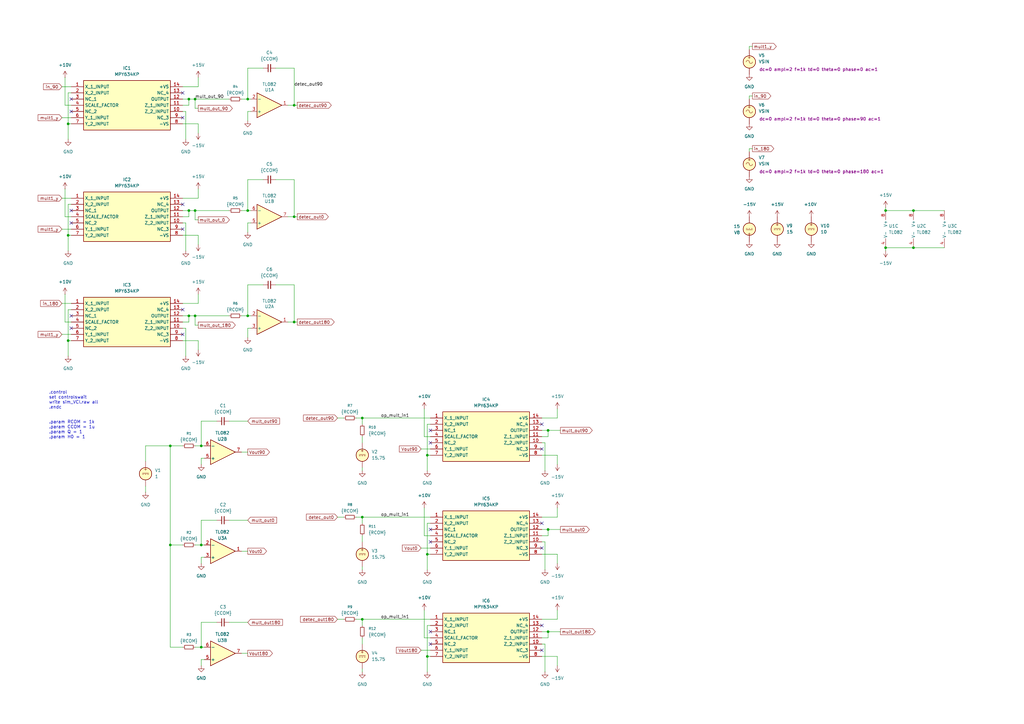
<source format=kicad_sch>
(kicad_sch (version 20250114) (generator "eeschema") (generator_version "9.0")
  (paper "A3")
  (text ".param RCOM = 1k\n.param CCOM = 1u\n.param Q = 1\n.param H0 = 1\n\n" (at 20.066 172.466 0) (effects (font (size 1.27 1.27)) (justify left top)))
  (text ".control\nset controlswait\nwrite sim_VCI.raw all\n.endc" (at 20.066 164.084 0) (effects (font (size 1.27 1.27)) (justify left)))
  (junction (at 77.47 86.36))
  (junction (at 27.94 50.8))
  (junction (at 82.55 223.52))
  (junction (at 69.85 182.88))
  (junction (at 80.01 40.64))
  (junction (at 77.47 129.54))
  (junction (at 101.6 86.36))
  (junction (at 224.79 176.53))
  (junction (at 374.65 101.6))
  (junction (at 82.55 182.88))
  (junction (at 101.6 40.64))
  (junction (at 80.01 86.36))
  (junction (at 82.55 265.43))
  (junction (at 101.6 129.54))
  (junction (at 224.79 217.17))
  (junction (at 120.65 43.18))
  (junction (at 175.26 269.24))
  (junction (at 363.22 86.36))
  (junction (at 27.94 96.52))
  (junction (at 120.65 88.9))
  (junction (at 148.59 171.45))
  (junction (at 148.59 254))
  (junction (at 69.85 223.52))
  (junction (at 80.01 129.54))
  (junction (at 374.65 86.36))
  (junction (at 77.47 40.64))
  (junction (at 224.79 259.08))
  (junction (at 27.94 139.7))
  (junction (at 120.65 132.08))
  (junction (at 175.26 186.69))
  (junction (at 148.59 212.09))
  (junction (at 363.22 101.6))
  (junction (at 175.26 227.33))
  (no_connect (at 176.53 217.17))
  (no_connect (at 176.53 264.16))
  (no_connect (at 29.21 45.72))
  (no_connect (at 176.53 259.08))
  (no_connect (at 222.25 184.15))
  (no_connect (at 74.93 93.98))
  (no_connect (at 29.21 129.54))
  (no_connect (at 176.53 176.53))
  (no_connect (at 74.93 48.26))
  (no_connect (at 222.25 256.54))
  (no_connect (at 176.53 222.25))
  (no_connect (at 29.21 134.62))
  (no_connect (at 29.21 86.36))
  (no_connect (at 74.93 137.16))
  (no_connect (at 74.93 127))
  (no_connect (at 176.53 181.61))
  (no_connect (at 29.21 91.44))
  (no_connect (at 74.93 38.1))
  (no_connect (at 222.25 266.7))
  (no_connect (at 222.25 224.79))
  (no_connect (at 222.25 214.63))
  (no_connect (at 29.21 40.64))
  (no_connect (at 74.93 83.82))
  (no_connect (at 222.25 173.99))
  (wire (pts (xy 80.01 265.43) (xy 82.55 265.43)))
  (wire (pts (xy 80.01 86.36) (xy 93.98 86.36)))
  (wire (pts (xy 81.28 54.61) (xy 81.28 50.8)))
  (wire (pts (xy 148.59 261.62) (xy 148.59 264.16)))
  (wire (pts (xy 148.59 171.45) (xy 176.53 171.45)))
  (wire (pts (xy 224.79 259.08) (xy 229.87 259.08)))
  (wire (pts (xy 140.97 254) (xy 138.43 254)))
  (wire (pts (xy 222.25 176.53) (xy 224.79 176.53)))
  (wire (pts (xy 74.93 86.36) (xy 77.47 86.36)))
  (wire (pts (xy 81.28 96.52) (xy 74.93 96.52)))
  (wire (pts (xy 175.26 186.69) (xy 176.53 186.69)))
  (wire (pts (xy 102.87 91.44) (xy 101.6 91.44)))
  (wire (pts (xy 148.59 212.09) (xy 148.59 214.63)))
  (wire (pts (xy 146.05 212.09) (xy 148.59 212.09)))
  (wire (pts (xy 173.99 219.71) (xy 176.53 219.71)))
  (wire (pts (xy 222.25 217.17) (xy 224.79 217.17)))
  (wire (pts (xy 77.47 88.9) (xy 77.47 86.36)))
  (wire (pts (xy 81.28 120.65) (xy 81.28 124.46)))
  (wire (pts (xy 80.01 182.88) (xy 82.55 182.88)))
  (wire (pts (xy 101.6 91.44) (xy 101.6 95.25)))
  (wire (pts (xy 82.55 223.52) (xy 83.82 223.52)))
  (wire (pts (xy 101.6 86.36) (xy 102.87 86.36)))
  (wire (pts (xy 29.21 83.82) (xy 27.94 83.82)))
  (wire (pts (xy 26.67 43.18) (xy 29.21 43.18)))
  (wire (pts (xy 82.55 213.36) (xy 88.9 213.36)))
  (wire (pts (xy 99.06 86.36) (xy 101.6 86.36)))
  (wire (pts (xy 27.94 127) (xy 27.94 139.7)))
  (wire (pts (xy 228.6 231.14) (xy 228.6 227.33)))
  (wire (pts (xy 175.26 186.69) (xy 175.26 193.04)))
  (wire (pts (xy 80.01 133.35) (xy 80.01 129.54)))
  (wire (pts (xy 101.6 45.72) (xy 101.6 49.53)))
  (wire (pts (xy 93.98 172.72) (xy 101.6 172.72)))
  (wire (pts (xy 80.01 90.17) (xy 80.01 86.36)))
  (wire (pts (xy 74.93 265.43) (xy 69.85 265.43)))
  (wire (pts (xy 101.6 116.84) (xy 101.6 129.54)))
  (wire (pts (xy 82.55 255.27) (xy 88.9 255.27)))
  (wire (pts (xy 82.55 228.6) (xy 83.82 228.6)))
  (wire (pts (xy 148.59 254) (xy 176.53 254)))
  (wire (pts (xy 228.6 227.33) (xy 222.25 227.33)))
  (wire (pts (xy 25.4 35.56) (xy 29.21 35.56)))
  (wire (pts (xy 148.59 274.32) (xy 148.59 275.59)))
  (wire (pts (xy 81.28 124.46) (xy 74.93 124.46)))
  (wire (pts (xy 27.94 139.7) (xy 27.94 146.05)))
  (wire (pts (xy 101.6 27.94) (xy 101.6 40.64)))
  (wire (pts (xy 173.99 167.64) (xy 173.99 179.07)))
  (wire (pts (xy 228.6 186.69) (xy 222.25 186.69)))
  (wire (pts (xy 228.6 208.28) (xy 228.6 212.09)))
  (wire (pts (xy 120.65 88.9) (xy 118.11 88.9)))
  (wire (pts (xy 81.28 133.35) (xy 80.01 133.35)))
  (wire (pts (xy 82.55 213.36) (xy 82.55 223.52)))
  (wire (pts (xy 374.65 86.36) (xy 387.35 86.36)))
  (wire (pts (xy 148.59 171.45) (xy 148.59 173.99)))
  (wire (pts (xy 148.59 212.09) (xy 176.53 212.09)))
  (wire (pts (xy 363.22 101.6) (xy 363.22 102.87)))
  (wire (pts (xy 107.95 116.84) (xy 101.6 116.84)))
  (wire (pts (xy 120.65 73.66) (xy 120.65 88.9)))
  (wire (pts (xy 25.4 137.16) (xy 29.21 137.16)))
  (wire (pts (xy 172.72 266.7) (xy 176.53 266.7)))
  (wire (pts (xy 26.67 88.9) (xy 29.21 88.9)))
  (wire (pts (xy 82.55 187.96) (xy 83.82 187.96)))
  (wire (pts (xy 74.93 45.72) (xy 76.2 45.72)))
  (wire (pts (xy 120.65 27.94) (xy 120.65 43.18)))
  (wire (pts (xy 175.26 227.33) (xy 176.53 227.33)))
  (wire (pts (xy 374.65 101.6) (xy 387.35 101.6)))
  (wire (pts (xy 80.01 129.54) (xy 93.98 129.54)))
  (wire (pts (xy 173.99 179.07) (xy 176.53 179.07)))
  (wire (pts (xy 224.79 179.07) (xy 224.79 176.53)))
  (wire (pts (xy 69.85 182.88) (xy 74.93 182.88)))
  (wire (pts (xy 228.6 171.45) (xy 222.25 171.45)))
  (wire (pts (xy 80.01 40.64) (xy 93.98 40.64)))
  (wire (pts (xy 69.85 223.52) (xy 69.85 182.88)))
  (wire (pts (xy 74.93 129.54) (xy 77.47 129.54)))
  (wire (pts (xy 224.79 176.53) (xy 229.87 176.53)))
  (wire (pts (xy 120.65 43.18) (xy 118.11 43.18)))
  (wire (pts (xy 146.05 171.45) (xy 148.59 171.45)))
  (wire (pts (xy 74.93 43.18) (xy 77.47 43.18)))
  (wire (pts (xy 77.47 132.08) (xy 77.47 129.54)))
  (wire (pts (xy 148.59 254) (xy 148.59 256.54)))
  (wire (pts (xy 76.2 45.72) (xy 76.2 57.15)))
  (wire (pts (xy 99.06 226.06) (xy 101.6 226.06)))
  (wire (pts (xy 77.47 43.18) (xy 77.47 40.64)))
  (wire (pts (xy 81.28 90.17) (xy 80.01 90.17)))
  (wire (pts (xy 74.93 91.44) (xy 76.2 91.44)))
  (wire (pts (xy 120.65 43.18) (xy 121.92 43.18)))
  (wire (pts (xy 101.6 40.64) (xy 102.87 40.64)))
  (wire (pts (xy 176.53 256.54) (xy 175.26 256.54)))
  (wire (pts (xy 308.61 60.96) (xy 307.34 60.96)))
  (wire (pts (xy 148.59 219.71) (xy 148.59 222.25)))
  (wire (pts (xy 25.4 81.28) (xy 29.21 81.28)))
  (wire (pts (xy 148.59 179.07) (xy 148.59 181.61)))
  (wire (pts (xy 222.25 222.25) (xy 223.52 222.25)))
  (wire (pts (xy 82.55 270.51) (xy 83.82 270.51)))
  (wire (pts (xy 101.6 134.62) (xy 101.6 138.43)))
  (wire (pts (xy 27.94 38.1) (xy 27.94 50.8)))
  (wire (pts (xy 76.2 91.44) (xy 76.2 102.87)))
  (wire (pts (xy 74.93 132.08) (xy 77.47 132.08)))
  (wire (pts (xy 77.47 40.64) (xy 80.01 40.64)))
  (wire (pts (xy 27.94 50.8) (xy 29.21 50.8)))
  (wire (pts (xy 113.03 73.66) (xy 120.65 73.66)))
  (wire (pts (xy 146.05 254) (xy 148.59 254)))
  (wire (pts (xy 308.61 39.37) (xy 307.34 39.37)))
  (wire (pts (xy 120.65 132.08) (xy 121.92 132.08)))
  (wire (pts (xy 173.99 250.19) (xy 173.99 261.62)))
  (wire (pts (xy 120.65 116.84) (xy 120.65 132.08)))
  (wire (pts (xy 228.6 167.64) (xy 228.6 171.45)))
  (wire (pts (xy 140.97 212.09) (xy 138.43 212.09)))
  (wire (pts (xy 25.4 93.98) (xy 29.21 93.98)))
  (wire (pts (xy 27.94 83.82) (xy 27.94 96.52)))
  (wire (pts (xy 172.72 184.15) (xy 176.53 184.15)))
  (wire (pts (xy 140.97 171.45) (xy 138.43 171.45)))
  (wire (pts (xy 107.95 73.66) (xy 101.6 73.66)))
  (wire (pts (xy 74.93 134.62) (xy 76.2 134.62)))
  (wire (pts (xy 223.52 264.16) (xy 223.52 275.59)))
  (wire (pts (xy 80.01 223.52) (xy 82.55 223.52)))
  (wire (pts (xy 363.22 101.6) (xy 374.65 101.6)))
  (wire (pts (xy 82.55 182.88) (xy 83.82 182.88)))
  (wire (pts (xy 76.2 134.62) (xy 76.2 146.05)))
  (wire (pts (xy 308.61 19.05) (xy 307.34 19.05)))
  (wire (pts (xy 25.4 124.46) (xy 29.21 124.46)))
  (wire (pts (xy 172.72 224.79) (xy 176.53 224.79)))
  (wire (pts (xy 81.28 100.33) (xy 81.28 96.52)))
  (wire (pts (xy 74.93 88.9) (xy 77.47 88.9)))
  (wire (pts (xy 148.59 191.77) (xy 148.59 193.04)))
  (wire (pts (xy 81.28 44.45) (xy 80.01 44.45)))
  (wire (pts (xy 26.67 120.65) (xy 26.67 132.08)))
  (wire (pts (xy 81.28 77.47) (xy 81.28 81.28)))
  (wire (pts (xy 27.94 96.52) (xy 27.94 102.87)))
  (wire (pts (xy 81.28 35.56) (xy 74.93 35.56)))
  (wire (pts (xy 26.67 31.75) (xy 26.67 43.18)))
  (wire (pts (xy 224.79 217.17) (xy 229.87 217.17)))
  (wire (pts (xy 228.6 269.24) (xy 222.25 269.24)))
  (wire (pts (xy 307.34 19.05) (xy 307.34 20.32)))
  (wire (pts (xy 69.85 265.43) (xy 69.85 223.52)))
  (wire (pts (xy 228.6 190.5) (xy 228.6 186.69)))
  (wire (pts (xy 173.99 261.62) (xy 176.53 261.62)))
  (wire (pts (xy 82.55 265.43) (xy 83.82 265.43)))
  (wire (pts (xy 82.55 255.27) (xy 82.55 265.43)))
  (wire (pts (xy 113.03 116.84) (xy 120.65 116.84)))
  (wire (pts (xy 81.28 50.8) (xy 74.93 50.8)))
  (wire (pts (xy 224.79 219.71) (xy 224.79 217.17)))
  (wire (pts (xy 222.25 219.71) (xy 224.79 219.71)))
  (wire (pts (xy 81.28 139.7) (xy 74.93 139.7)))
  (wire (pts (xy 77.47 129.54) (xy 80.01 129.54)))
  (wire (pts (xy 148.59 232.41) (xy 148.59 233.68)))
  (wire (pts (xy 176.53 173.99) (xy 175.26 173.99)))
  (wire (pts (xy 175.26 269.24) (xy 176.53 269.24)))
  (wire (pts (xy 82.55 172.72) (xy 82.55 182.88)))
  (wire (pts (xy 27.94 139.7) (xy 29.21 139.7)))
  (wire (pts (xy 228.6 254) (xy 222.25 254)))
  (wire (pts (xy 59.69 182.88) (xy 69.85 182.88)))
  (wire (pts (xy 223.52 181.61) (xy 223.52 193.04)))
  (wire (pts (xy 176.53 214.63) (xy 175.26 214.63)))
  (wire (pts (xy 81.28 81.28) (xy 74.93 81.28)))
  (wire (pts (xy 27.94 96.52) (xy 29.21 96.52)))
  (wire (pts (xy 222.25 261.62) (xy 224.79 261.62)))
  (wire (pts (xy 80.01 44.45) (xy 80.01 40.64)))
  (wire (pts (xy 175.26 214.63) (xy 175.26 227.33)))
  (wire (pts (xy 222.25 264.16) (xy 223.52 264.16)))
  (wire (pts (xy 175.26 256.54) (xy 175.26 269.24)))
  (wire (pts (xy 228.6 250.19) (xy 228.6 254)))
  (wire (pts (xy 363.22 85.09) (xy 363.22 86.36)))
  (wire (pts (xy 82.55 172.72) (xy 88.9 172.72)))
  (wire (pts (xy 222.25 259.08) (xy 224.79 259.08)))
  (wire (pts (xy 363.22 86.36) (xy 374.65 86.36)))
  (wire (pts (xy 74.93 40.64) (xy 77.47 40.64)))
  (wire (pts (xy 101.6 129.54) (xy 102.87 129.54)))
  (wire (pts (xy 120.65 132.08) (xy 118.11 132.08)))
  (wire (pts (xy 27.94 50.8) (xy 27.94 57.15)))
  (wire (pts (xy 25.4 48.26) (xy 29.21 48.26)))
  (wire (pts (xy 175.26 173.99) (xy 175.26 186.69)))
  (wire (pts (xy 113.03 27.94) (xy 120.65 27.94)))
  (wire (pts (xy 99.06 185.42) (xy 101.6 185.42)))
  (wire (pts (xy 26.67 132.08) (xy 29.21 132.08)))
  (wire (pts (xy 82.55 231.14) (xy 82.55 228.6)))
  (wire (pts (xy 99.06 40.64) (xy 101.6 40.64)))
  (wire (pts (xy 29.21 38.1) (xy 27.94 38.1)))
  (wire (pts (xy 82.55 273.05) (xy 82.55 270.51)))
  (wire (pts (xy 99.06 129.54) (xy 101.6 129.54)))
  (wire (pts (xy 173.99 208.28) (xy 173.99 219.71)))
  (wire (pts (xy 59.69 189.23) (xy 59.69 182.88)))
  (wire (pts (xy 29.21 127) (xy 27.94 127)))
  (wire (pts (xy 99.06 267.97) (xy 101.6 267.97)))
  (wire (pts (xy 93.98 213.36) (xy 101.6 213.36)))
  (wire (pts (xy 120.65 88.9) (xy 121.92 88.9)))
  (wire (pts (xy 224.79 261.62) (xy 224.79 259.08)))
  (wire (pts (xy 59.69 199.39) (xy 59.69 201.93)))
  (wire (pts (xy 74.93 223.52) (xy 69.85 223.52)))
  (wire (pts (xy 228.6 212.09) (xy 222.25 212.09)))
  (wire (pts (xy 175.26 269.24) (xy 175.26 275.59)))
  (wire (pts (xy 223.52 222.25) (xy 223.52 233.68)))
  (wire (pts (xy 93.98 255.27) (xy 101.6 255.27)))
  (wire (pts (xy 222.25 181.61) (xy 223.52 181.61)))
  (wire (pts (xy 81.28 143.51) (xy 81.28 139.7)))
  (wire (pts (xy 228.6 273.05) (xy 228.6 269.24)))
  (wire (pts (xy 175.26 227.33) (xy 175.26 233.68)))
  (wire (pts (xy 82.55 190.5) (xy 82.55 187.96)))
  (wire (pts (xy 102.87 45.72) (xy 101.6 45.72)))
  (wire (pts (xy 81.28 31.75) (xy 81.28 35.56)))
  (wire (pts (xy 307.34 60.96) (xy 307.34 62.23)))
  (wire (pts (xy 222.25 179.07) (xy 224.79 179.07)))
  (wire (pts (xy 307.34 39.37) (xy 307.34 40.64)))
  (wire (pts (xy 107.95 27.94) (xy 101.6 27.94)))
  (wire (pts (xy 102.87 134.62) (xy 101.6 134.62)))
  (wire (pts (xy 101.6 73.66) (xy 101.6 86.36)))
  (wire (pts (xy 26.67 77.47) (xy 26.67 88.9)))
  (wire (pts (xy 77.47 86.36) (xy 80.01 86.36)))
  (label "detec_out90" (at 120.65 35.56 0))
  (label "op_mult_in1" (at 156.21 254 0))
  (label "op_mult_in1" (at 156.21 212.09 0))
  (label "op_mult_in1" (at 156.21 171.45 0))
  (label "mult_out_90" (at 80.01 40.64 0))
  (global_label "mult_out180" (shape output) (at 229.87 259.08 0) (property "Intersheetrefs" "${INTERSHEET_REFS}" (effects (hide yes))))
  (global_label "in_180" (shape output) (at 308.61 60.96 0) (property "Intersheetrefs" "${INTERSHEET_REFS}" (effects (hide yes))))
  (global_label "detec_out0" (shape input) (at 138.43 212.09 180) (property "Intersheetrefs" "${INTERSHEET_REFS}" (effects (hide yes))))
  (global_label "detec_out0" (shape output) (at 121.92 88.9 0) (property "Intersheetrefs" "${INTERSHEET_REFS}" (effects (hide yes))))
  (global_label "detec_out180" (shape output) (at 121.92 132.08 0) (property "Intersheetrefs" "${INTERSHEET_REFS}" (effects (hide yes))))
  (global_label "in_90" (shape input) (at 25.4 35.56 180) (property "Intersheetrefs" "${INTERSHEET_REFS}" (effects (hide yes))))
  (global_label "mult_out180" (shape input) (at 101.6 255.27 0) (property "Intersheetrefs" "${INTERSHEET_REFS}" (effects (hide yes))))
  (global_label "Vout180" (shape output) (at 101.6 267.97 0) (property "Intersheetrefs" "${INTERSHEET_REFS}" (effects (hide yes))))
  (global_label "Vout90" (shape input) (at 172.72 184.15 180) (property "Intersheetrefs" "${INTERSHEET_REFS}" (effects (hide yes))))
  (global_label "Vout0" (shape output) (at 101.6 226.06 0) (property "Intersheetrefs" "${INTERSHEET_REFS}" (effects (hide yes))))
  (global_label "mult_out90" (shape input) (at 101.6 172.72 0) (property "Intersheetrefs" "${INTERSHEET_REFS}" (effects (hide yes))))
  (global_label "mult_out_90" (shape output) (at 81.28 44.45 0) (property "Intersheetrefs" "${INTERSHEET_REFS}" (effects (hide yes))))
  (global_label "mult1_y" (shape input) (at 25.4 137.16 180) (property "Intersheetrefs" "${INTERSHEET_REFS}" (effects (hide yes))))
  (global_label "mult1_y" (shape input) (at 25.4 81.28 180) (property "Intersheetrefs" "${INTERSHEET_REFS}" (effects (hide yes))))
  (global_label "mult_out0" (shape output) (at 229.87 217.17 0) (property "Intersheetrefs" "${INTERSHEET_REFS}" (effects (hide yes))))
  (global_label "mult_out90" (shape output) (at 229.87 176.53 0) (property "Intersheetrefs" "${INTERSHEET_REFS}" (effects (hide yes))))
  (global_label "Vout0" (shape input) (at 172.72 224.79 180) (property "Intersheetrefs" "${INTERSHEET_REFS}" (effects (hide yes))))
  (global_label "Vout180" (shape input) (at 172.72 266.7 180) (property "Intersheetrefs" "${INTERSHEET_REFS}" (effects (hide yes))))
  (global_label "in_180" (shape input) (at 25.4 124.46 180) (property "Intersheetrefs" "${INTERSHEET_REFS}" (effects (hide yes))))
  (global_label "detec_out90" (shape output) (at 121.92 43.18 0) (property "Intersheetrefs" "${INTERSHEET_REFS}" (effects (hide yes))))
  (global_label "mult_out0" (shape input) (at 101.6 213.36 0) (property "Intersheetrefs" "${INTERSHEET_REFS}" (effects (hide yes))))
  (global_label "Vout90" (shape output) (at 101.6 185.42 0) (property "Intersheetrefs" "${INTERSHEET_REFS}" (effects (hide yes))))
  (global_label "detec_out180" (shape input) (at 138.43 254 180) (property "Intersheetrefs" "${INTERSHEET_REFS}" (effects (hide yes))))
  (global_label "mult_out_180" (shape output) (at 81.28 133.35 0) (property "Intersheetrefs" "${INTERSHEET_REFS}" (effects (hide yes))))
  (global_label "detec_out90" (shape input) (at 138.43 171.45 180) (property "Intersheetrefs" "${INTERSHEET_REFS}" (effects (hide yes))))
  (global_label "mult_out_0" (shape output) (at 81.28 90.17 0) (property "Intersheetrefs" "${INTERSHEET_REFS}" (effects (hide yes))))
  (global_label "mult1_y" (shape output) (at 308.61 19.05 0) (property "Intersheetrefs" "${INTERSHEET_REFS}" (effects (hide yes))))
  (global_label "in_90" (shape output) (at 308.61 39.37 0) (property "Intersheetrefs" "${INTERSHEET_REFS}" (effects (hide yes))))
  (global_label "mult1_y" (shape input) (at 25.4 48.26 180) (property "Intersheetrefs" "${INTERSHEET_REFS}" (effects (hide yes))))
  (global_label "mult1_y" (shape input) (at 25.4 93.98 180) (property "Intersheetrefs" "${INTERSHEET_REFS}" (effects (hide yes))))
  (symbol (lib_id "Amplifier_Operational:TL082") (at 377.19 93.98 0) (unit 3)
    (property "Reference" "U2" (at 375.92 92.7099 0) (effects (justify left)))
    (property "Value" "TL082" (at 375.92 95.2499 0) (effects (justify left)))
    (property "Footprint" "Package_DIP:CERDIP-8_W7.62mm_SideBrazed_LongPads_Socket" (effects (hide yes)))
    (property "Datasheet" "http://www.ti.com/lit/ds/symlink/tl081.pdf" (effects (hide yes)))
    (property "Description" "Dual JFET-Input Operational Amplifiers, DIP-8/SOIC-8/SSOP-8" (effects (hide yes)))
    (property "Sim.Library" "TL082-dual.lib" (effects (hide yes)))
    (property "Sim.Name" "TL082-dual" (effects (hide yes)))
    (property "Sim.Device" "SUBCKT" (effects (hide yes)))
    (property "Sim.Pins" "1=1out 2=1in- 3=1in+ 4=vcc- 5=2in+ 6=2in- 7=2out 8=vcc+" (effects (hide yes)))
  )
  (symbol (lib_id "Device:R_Small") (at 96.52 40.64 90) (unit 1)
    (property "Reference" "R4" (at 96.52 35.56 90) (effects (font (size 1.016 1.016))))
    (property "Value" "{RCOM}" (at 96.52 38.1 90))
    (property "Footprint" "000_Footprints:Resistor" (effects (hide yes)))
    (property "Description" "Resistor, small symbol" (effects (hide yes)))
  )
  (symbol (lib_id "power:GND") (at 223.52 233.68 0) (unit 1)
    (property "Reference" "#PWR033" (effects (hide yes)))
    (property "Value" "GND" (at 223.52 238.76 0))
    (property "Description" "Power symbol creates a global label with name \"GND\" , ground" (effects (hide yes)))
  )
  (symbol (lib_id "Simulation_SPICE:VDC") (at 148.59 186.69 0) (unit 1)
    (property "Reference" "V2" (at 152.4 185.2901 0) (effects (justify left)))
    (property "Value" "15.75" (at 152.4 187.8301 0) (effects (justify left)))
    (property "Datasheet" "https://ngspice.sourceforge.io/docs/ngspice-html-manual/manual.xhtml#sec_Independent_Sources_for" (effects (hide yes)))
    (property "Description" "Voltage source, DC" (effects (hide yes)))
    (property "Sim.Pins" "1=+ 2=-" (effects (hide yes)))
    (property "Sim.Type" "DC" (effects (hide yes)))
    (property "Sim.Device" "V" (effects (hide yes)))
  )
  (symbol (lib_id "power:+15V") (at 228.6 167.64 0) (unit 1)
    (property "Reference" "#PWR035" (effects (hide yes)))
    (property "Value" "+15V" (at 228.6 162.56 0))
    (property "Description" "Power symbol creates a global label with name \"+15V\"" (effects (hide yes)))
  )
  (symbol (lib_id "power:+15V") (at 228.6 208.28 0) (unit 1)
    (property "Reference" "#PWR037" (effects (hide yes)))
    (property "Value" "+15V" (at 228.6 203.2 0))
    (property "Description" "Power symbol creates a global label with name \"+15V\"" (effects (hide yes)))
  )
  (symbol (lib_id "power:GND") (at 175.26 193.04 0) (unit 1)
    (property "Reference" "#PWR029" (effects (hide yes)))
    (property "Value" "GND" (at 175.26 198.12 0))
    (property "Description" "Power symbol creates a global label with name \"GND\" , ground" (effects (hide yes)))
  )
  (symbol (lib_id "Amplifier_Operational:TL082") (at 365.76 93.98 0) (unit 3)
    (property "Reference" "U1" (at 364.49 92.7099 0) (effects (justify left)))
    (property "Value" "TL082" (at 364.49 95.2499 0) (effects (justify left)))
    (property "Footprint" "Package_DIP:CERDIP-8_W7.62mm_SideBrazed_LongPads_Socket" (effects (hide yes)))
    (property "Datasheet" "http://www.ti.com/lit/ds/symlink/tl081.pdf" (effects (hide yes)))
    (property "Description" "Dual JFET-Input Operational Amplifiers, DIP-8/SOIC-8/SSOP-8" (effects (hide yes)))
    (property "Sim.Library" "TL082-dual.lib" (effects (hide yes)))
    (property "Sim.Name" "TL082-dual" (effects (hide yes)))
    (property "Sim.Device" "SUBCKT" (effects (hide yes)))
    (property "Sim.Pins" "1=1out 2=1in- 3=1in+ 4=vcc- 5=2in+ 6=2in- 7=2out 8=vcc+" (effects (hide yes)))
  )
  (symbol (lib_id "power:GND") (at 223.52 275.59 0) (unit 1)
    (property "Reference" "#PWR034" (effects (hide yes)))
    (property "Value" "GND" (at 223.52 280.67 0))
    (property "Description" "Power symbol creates a global label with name \"GND\" , ground" (effects (hide yes)))
  )
  (symbol (lib_id "BA_Footprints:MPY634KP") (at 176.53 254 0) (unit 1)
    (property "Reference" "IC6" (at 199.39 246.38 0))
    (property "Value" "MPY634KP" (at 199.39 248.92 0))
    (property "Footprint" "DIP794W53P254L1930H508Q14N" (effects (hide yes)))
    (property "Datasheet" "http://www.ti.com/lit/gpn/mpy634" (effects (hide yes)))
    (property "Description" "Wide Bandwidth Precision Analog Multiplier" (effects (hide yes)))
    (property "Height" "5.08" (effects (hide yes)))
    (property "Mouser Part Number" "595-MPY634KP" (effects (hide yes)))
    (property "Mouser Price/Stock" "https://www.mouser.co.uk/ProductDetail/Texas-Instruments/MPY634KP?qs=paYhMW8qfitgLgQ%252B%2FVQr7Q%3D%3D" (effects (hide yes)))
    (property "Manufacturer_Name" "Texas Instruments" (effects (hide yes)))
    (property "Manufacturer_Part_Number" "MPY634KP" (effects (hide yes)))
    (property "Sim.Library" "mpy634_tina.lib" (effects (hide yes)))
    (property "Sim.Name" "MPY634_behavioral" (effects (hide yes)))
    (property "Sim.Device" "SUBCKT" (effects (hide yes)))
    (property "Sim.Pins" "1=X1 2=X2 4=SF 6=Y1 7=Y2 8=-Vs 10=Z2 11=Z1 12=Out 14=+Vs" (effects (hide yes)))
  )
  (symbol (lib_id "power:GND") (at 82.55 231.14 0) (unit 1)
    (property "Reference" "#PWR018" (effects (hide yes)))
    (property "Value" "GND" (at 82.55 236.22 0))
    (property "Description" "Power symbol creates a global label with name \"GND\" , ground" (effects (hide yes)))
  )
  (symbol (lib_id "power:+15V") (at 307.34 88.9 0) (unit 1)
    (property "Reference" "#PWR044" (effects (hide yes)))
    (property "Value" "-15V" (at 307.34 83.82 0))
    (property "Description" "Power symbol creates a global label with name \"+15V\"" (effects (hide yes)))
  )
  (symbol (lib_id "Simulation_SPICE:VDC") (at 59.69 194.31 0) (unit 1)
    (property "Reference" "V1" (at 63.5 192.9101 0) (effects (justify left)))
    (property "Value" "1" (at 63.5 195.4501 0) (effects (justify left)))
    (property "Datasheet" "https://ngspice.sourceforge.io/docs/ngspice-html-manual/manual.xhtml#sec_Independent_Sources_for" (effects (hide yes)))
    (property "Description" "Voltage source, DC" (effects (hide yes)))
    (property "Sim.Pins" "1=+ 2=-" (effects (hide yes)))
    (property "Sim.Type" "DC" (effects (hide yes)))
    (property "Sim.Device" "V" (effects (hide yes)))
    (property "Sim.Params" "ac=1" (effects (hide yes)))
  )
  (symbol (lib_id "Device:R_Small") (at 96.52 129.54 90) (unit 1)
    (property "Reference" "R6" (at 96.52 124.46 90) (effects (font (size 1.016 1.016))))
    (property "Value" "{RCOM}" (at 96.52 127 90))
    (property "Footprint" "000_Footprints:Resistor" (effects (hide yes)))
    (property "Description" "Resistor, small symbol" (effects (hide yes)))
  )
  (symbol (lib_id "Amplifier_Operational:TL082") (at 110.49 132.08 0) (mirror x) (unit 1)
    (property "Reference" "U2" (at 110.49 125.73 0))
    (property "Value" "TL082" (at 110.49 123.444 0))
    (property "Footprint" "Package_DIP:CERDIP-8_W7.62mm_SideBrazed_LongPads_Socket" (effects (hide yes)))
    (property "Datasheet" "http://www.ti.com/lit/ds/symlink/tl081.pdf" (effects (hide yes)))
    (property "Description" "Dual JFET-Input Operational Amplifiers, DIP-8/SOIC-8/SSOP-8" (effects (hide yes)))
    (property "Sim.Library" "TL082-dual.lib" (effects (hide yes)))
    (property "Sim.Name" "TL082-dual" (effects (hide yes)))
    (property "Sim.Device" "SUBCKT" (effects (hide yes)))
    (property "Sim.Pins" "1=1out 2=1in- 3=1in+ 4=vcc- 5=2in+ 6=2in- 7=2out 8=vcc+" (effects (hide yes)))
  )
  (symbol (lib_id "Device:R_Small") (at 148.59 176.53 180) (unit 1)
    (property "Reference" "R10" (at 151.13 175.2599 0) (effects (font (size 1.016 1.016)) (justify right)))
    (property "Value" "{RCOM}" (at 151.13 177.7999 0) (effects (justify right)))
    (property "Footprint" "000_Footprints:Resistor" (effects (hide yes)))
    (property "Description" "Resistor, small symbol" (effects (hide yes)))
  )
  (symbol (lib_id "Device:R_Small") (at 143.51 212.09 90) (unit 1)
    (property "Reference" "R8" (at 143.51 207.01 90) (effects (font (size 1.016 1.016))))
    (property "Value" "{RCOM}" (at 143.51 209.55 90))
    (property "Footprint" "000_Footprints:Resistor" (effects (hide yes)))
    (property "Description" "Resistor, small symbol" (effects (hide yes)))
  )
  (symbol (lib_id "power:GND") (at 307.34 99.06 0) (unit 1)
    (property "Reference" "#PWR045" (effects (hide yes)))
    (property "Value" "GND" (at 307.34 104.14 0))
    (property "Description" "Power symbol creates a global label with name \"GND\" , ground" (effects (hide yes)))
  )
  (symbol (lib_id "power:GND") (at 175.26 275.59 0) (unit 1)
    (property "Reference" "#PWR031" (effects (hide yes)))
    (property "Value" "GND" (at 175.26 280.67 0))
    (property "Description" "Power symbol creates a global label with name \"GND\" , ground" (effects (hide yes)))
  )
  (symbol (lib_id "Amplifier_Operational:TL082") (at 91.44 267.97 0) (mirror x) (unit 2)
    (property "Reference" "U3" (at 91.186 262.636 0))
    (property "Value" "TL082" (at 91.186 260.096 0))
    (property "Footprint" "Package_DIP:CERDIP-8_W7.62mm_SideBrazed_LongPads_Socket" (effects (hide yes)))
    (property "Datasheet" "http://www.ti.com/lit/ds/symlink/tl081.pdf" (effects (hide yes)))
    (property "Description" "Dual JFET-Input Operational Amplifiers, DIP-8/SOIC-8/SSOP-8" (effects (hide yes)))
    (property "Sim.Library" "TL082-dual.lib" (effects (hide yes)))
    (property "Sim.Name" "TL082-dual" (effects (hide yes)))
    (property "Sim.Device" "SUBCKT" (effects (hide yes)))
    (property "Sim.Pins" "1=1out 2=1in- 3=1in+ 4=vcc- 5=2in+ 6=2in- 7=2out 8=vcc+" (effects (hide yes)))
  )
  (symbol (lib_id "Device:R_Small") (at 77.47 265.43 90) (unit 1)
    (property "Reference" "R3" (at 77.47 260.35 90) (effects (font (size 1.016 1.016))))
    (property "Value" "{RCOM}" (at 77.47 262.89 90))
    (property "Footprint" "000_Footprints:Resistor" (effects (hide yes)))
    (property "Description" "Resistor, small symbol" (effects (hide yes)))
  )
  (symbol (lib_id "Device:R_Small") (at 96.52 86.36 90) (unit 1)
    (property "Reference" "R5" (at 96.52 81.28 90) (effects (font (size 1.016 1.016))))
    (property "Value" "{RCOM}" (at 96.52 83.82 90))
    (property "Footprint" "000_Footprints:Resistor" (effects (hide yes)))
    (property "Description" "Resistor, small symbol" (effects (hide yes)))
  )
  (symbol (lib_id "Amplifier_Operational:TL082") (at 91.44 226.06 0) (mirror x) (unit 1)
    (property "Reference" "U3" (at 91.186 220.726 0))
    (property "Value" "TL082" (at 91.186 218.186 0))
    (property "Footprint" "Package_DIP:CERDIP-8_W7.62mm_SideBrazed_LongPads_Socket" (effects (hide yes)))
    (property "Datasheet" "http://www.ti.com/lit/ds/symlink/tl081.pdf" (effects (hide yes)))
    (property "Description" "Dual JFET-Input Operational Amplifiers, DIP-8/SOIC-8/SSOP-8" (effects (hide yes)))
    (property "Sim.Library" "TL082-dual.lib" (effects (hide yes)))
    (property "Sim.Name" "TL082-dual" (effects (hide yes)))
    (property "Sim.Device" "SUBCKT" (effects (hide yes)))
    (property "Sim.Pins" "1=1out 2=1in- 3=1in+ 4=vcc- 5=2in+ 6=2in- 7=2out 8=vcc+" (effects (hide yes)))
  )
  (symbol (lib_id "power:+15V") (at 173.99 208.28 0) (unit 1)
    (property "Reference" "#PWR027" (effects (hide yes)))
    (property "Value" "+10V" (at 173.99 203.2 0))
    (property "Description" "Power symbol creates a global label with name \"+15V\"" (effects (hide yes)))
  )
  (symbol (lib_id "BA_Footprints:MPY634KP") (at 176.53 212.09 0) (unit 1)
    (property "Reference" "IC5" (at 199.39 204.47 0))
    (property "Value" "MPY634KP" (at 199.39 207.01 0))
    (property "Footprint" "DIP794W53P254L1930H508Q14N" (effects (hide yes)))
    (property "Datasheet" "http://www.ti.com/lit/gpn/mpy634" (effects (hide yes)))
    (property "Description" "Wide Bandwidth Precision Analog Multiplier" (effects (hide yes)))
    (property "Height" "5.08" (effects (hide yes)))
    (property "Mouser Part Number" "595-MPY634KP" (effects (hide yes)))
    (property "Mouser Price/Stock" "https://www.mouser.co.uk/ProductDetail/Texas-Instruments/MPY634KP?qs=paYhMW8qfitgLgQ%252B%2FVQr7Q%3D%3D" (effects (hide yes)))
    (property "Manufacturer_Name" "Texas Instruments" (effects (hide yes)))
    (property "Manufacturer_Part_Number" "MPY634KP" (effects (hide yes)))
    (property "Sim.Library" "mpy634_tina.lib" (effects (hide yes)))
    (property "Sim.Name" "MPY634_behavioral" (effects (hide yes)))
    (property "Sim.Device" "SUBCKT" (effects (hide yes)))
    (property "Sim.Pins" "1=X1 2=X2 4=SF 6=Y1 7=Y2 8=-Vs 10=Z2 11=Z1 12=Out 14=+Vs" (effects (hide yes)))
  )
  (symbol (lib_id "power:+15V") (at 318.77 88.9 0) (unit 1)
    (property "Reference" "#PWR046" (effects (hide yes)))
    (property "Value" "+15V" (at 318.77 83.82 0))
    (property "Description" "Power symbol creates a global label with name \"+15V\"" (effects (hide yes)))
  )
  (symbol (lib_id "power:+15V") (at 81.28 120.65 0) (unit 1)
    (property "Reference" "#PWR015" (effects (hide yes)))
    (property "Value" "+15V" (at 81.28 115.57 0))
    (property "Description" "Power symbol creates a global label with name \"+15V\"" (effects (hide yes)))
  )
  (symbol (lib_id "power:GND") (at 76.2 57.15 0) (unit 1)
    (property "Reference" "#PWR08" (effects (hide yes)))
    (property "Value" "GND" (at 76.2 62.23 0))
    (property "Description" "Power symbol creates a global label with name \"GND\" , ground" (effects (hide yes)))
  )
  (symbol (lib_id "power:GND") (at 148.59 275.59 0) (unit 1)
    (property "Reference" "#PWR025" (effects (hide yes)))
    (property "Value" "GND" (at 148.59 280.67 0))
    (property "Description" "Power symbol creates a global label with name \"GND\" , ground" (effects (hide yes)))
  )
  (symbol (lib_id "power:+15V") (at 363.22 102.87 180) (unit 1)
    (property "Reference" "#PWR051" (effects (hide yes)))
    (property "Value" "-15V" (at 363.22 107.95 0))
    (property "Description" "Power symbol creates a global label with name \"+15V\"" (effects (hide yes)))
  )
  (symbol (lib_id "power:GND") (at 101.6 138.43 0) (unit 1)
    (property "Reference" "#PWR022" (effects (hide yes)))
    (property "Value" "GND" (at 101.6 143.51 0))
    (property "Description" "Power symbol creates a global label with name \"GND\" , ground" (effects (hide yes)))
  )
  (symbol (lib_id "power:+15V") (at 228.6 231.14 180) (unit 1)
    (property "Reference" "#PWR038" (effects (hide yes)))
    (property "Value" "-15V" (at 228.6 236.22 0))
    (property "Description" "Power symbol creates a global label with name \"+15V\"" (effects (hide yes)))
  )
  (symbol (lib_id "Device:C_Small") (at 110.49 27.94 90) (unit 1)
    (property "Reference" "C4" (at 110.4963 21.59 90))
    (property "Value" "{CCOM}" (at 110.4963 24.13 90))
    (property "Description" "Unpolarized capacitor, small symbol" (effects (hide yes)))
  )
  (symbol (lib_id "power:GND") (at 307.34 72.39 0) (unit 1)
    (property "Reference" "#PWR043" (effects (hide yes)))
    (property "Value" "GND" (at 307.34 77.47 0))
    (property "Description" "Power symbol creates a global label with name \"GND\" , ground" (effects (hide yes)))
  )
  (symbol (lib_id "Simulation_SPICE:VDC") (at 307.34 93.98 180) (unit 1)
    (property "Reference" "V8" (at 303.53 95.3799 0) (effects (justify left)))
    (property "Value" "15" (at 303.53 92.8399 0) (effects (justify left)))
    (property "Datasheet" "https://ngspice.sourceforge.io/docs/ngspice-html-manual/manual.xhtml#sec_Independent_Sources_for" (effects (hide yes)))
    (property "Description" "Voltage source, DC" (effects (hide yes)))
    (property "Sim.Pins" "1=+ 2=-" (effects (hide yes)))
    (property "Sim.Type" "DC" (effects (hide yes)))
    (property "Sim.Device" "V" (effects (hide yes)))
  )
  (symbol (lib_id "power:GND") (at 82.55 273.05 0) (unit 1)
    (property "Reference" "#PWR019" (effects (hide yes)))
    (property "Value" "GND" (at 82.55 278.13 0))
    (property "Description" "Power symbol creates a global label with name \"GND\" , ground" (effects (hide yes)))
  )
  (symbol (lib_id "Simulation_SPICE:VDC") (at 148.59 269.24 0) (unit 1)
    (property "Reference" "V4" (at 152.4 267.8401 0) (effects (justify left)))
    (property "Value" "15.75" (at 152.4 270.3801 0) (effects (justify left)))
    (property "Datasheet" "https://ngspice.sourceforge.io/docs/ngspice-html-manual/manual.xhtml#sec_Independent_Sources_for" (effects (hide yes)))
    (property "Description" "Voltage source, DC" (effects (hide yes)))
    (property "Sim.Pins" "1=+ 2=-" (effects (hide yes)))
    (property "Sim.Type" "DC" (effects (hide yes)))
    (property "Sim.Device" "V" (effects (hide yes)))
  )
  (symbol (lib_id "power:GND") (at 307.34 30.48 0) (unit 1)
    (property "Reference" "#PWR041" (effects (hide yes)))
    (property "Value" "GND" (at 307.34 35.56 0))
    (property "Description" "Power symbol creates a global label with name \"GND\" , ground" (effects (hide yes)))
  )
  (symbol (lib_id "power:+15V") (at 81.28 143.51 180) (unit 1)
    (property "Reference" "#PWR016" (effects (hide yes)))
    (property "Value" "-15V" (at 81.28 148.59 0))
    (property "Description" "Power symbol creates a global label with name \"+15V\"" (effects (hide yes)))
  )
  (symbol (lib_id "BA_Footprints:MPY634KP") (at 29.21 124.46 0) (unit 1)
    (property "Reference" "IC3" (at 52.07 116.84 0))
    (property "Value" "MPY634KP" (at 52.07 119.38 0))
    (property "Footprint" "DIP794W53P254L1930H508Q14N" (effects (hide yes)))
    (property "Datasheet" "http://www.ti.com/lit/gpn/mpy634" (effects (hide yes)))
    (property "Description" "Wide Bandwidth Precision Analog Multiplier" (effects (hide yes)))
    (property "Height" "5.08" (effects (hide yes)))
    (property "Mouser Part Number" "595-MPY634KP" (effects (hide yes)))
    (property "Mouser Price/Stock" "https://www.mouser.co.uk/ProductDetail/Texas-Instruments/MPY634KP?qs=paYhMW8qfitgLgQ%252B%2FVQr7Q%3D%3D" (effects (hide yes)))
    (property "Manufacturer_Name" "Texas Instruments" (effects (hide yes)))
    (property "Manufacturer_Part_Number" "MPY634KP" (effects (hide yes)))
    (property "Sim.Library" "mpy634_tina.lib" (effects (hide yes)))
    (property "Sim.Name" "MPY634_behavioral" (effects (hide yes)))
    (property "Sim.Device" "SUBCKT" (effects (hide yes)))
    (property "Sim.Pins" "1=X1 2=X2 4=SF 6=Y1 7=Y2 8=-Vs 10=Z2 11=Z1 12=Out 14=+Vs" (effects (hide yes)))
  )
  (symbol (lib_id "power:GND") (at 101.6 49.53 0) (unit 1)
    (property "Reference" "#PWR020" (effects (hide yes)))
    (property "Value" "GND" (at 101.6 54.61 0))
    (property "Description" "Power symbol creates a global label with name \"GND\" , ground" (effects (hide yes)))
  )
  (symbol (lib_id "power:GND") (at 223.52 193.04 0) (unit 1)
    (property "Reference" "#PWR032" (effects (hide yes)))
    (property "Value" "GND" (at 223.52 198.12 0))
    (property "Description" "Power symbol creates a global label with name \"GND\" , ground" (effects (hide yes)))
  )
  (symbol (lib_id "Simulation_SPICE:VSIN") (at 307.34 45.72 0) (unit 1)
    (property "Reference" "V6" (at 311.15 43.0501 0) (effects (justify left)))
    (property "Value" "VSIN" (at 311.15 45.5901 0) (effects (justify left)))
    (property "Datasheet" "https://ngspice.sourceforge.io/docs/ngspice-html-manual/manual.xhtml#sec_Independent_Sources_for" (effects (hide yes)))
    (property "Description" "Voltage source, sinusoidal" (effects (hide yes)))
    (property "Sim.Pins" "1=+ 2=-" (effects (hide yes)))
    (property "Sim.Params" "dc=0 ampl=2 f=1k td=0 theta=0 phase=90 ac=1" (at 311.404 48.768 0) (effects (justify left)))
    (property "Sim.Type" "SIN" (effects (hide yes)))
    (property "Sim.Device" "V" (effects (hide yes)))
  )
  (symbol (lib_id "power:+15V") (at 332.74 88.9 0) (unit 1)
    (property "Reference" "#PWR048" (effects (hide yes)))
    (property "Value" "+10V" (at 329.692 83.82 0) (effects (justify left)))
    (property "Description" "Power symbol creates a global label with name \"+15V\"" (effects (hide yes)))
  )
  (symbol (lib_id "Simulation_SPICE:VDC") (at 332.74 93.98 0) (unit 1)
    (property "Reference" "V10" (at 336.55 92.5801 0) (effects (justify left)))
    (property "Value" "10" (at 336.55 95.1201 0) (effects (justify left)))
    (property "Datasheet" "https://ngspice.sourceforge.io/docs/ngspice-html-manual/manual.xhtml#sec_Independent_Sources_for" (effects (hide yes)))
    (property "Description" "Voltage source, DC" (effects (hide yes)))
    (property "Sim.Pins" "1=+ 2=-" (effects (hide yes)))
    (property "Sim.Type" "DC" (effects (hide yes)))
    (property "Sim.Device" "V" (effects (hide yes)))
  )
  (symbol (lib_id "power:+15V") (at 228.6 250.19 0) (unit 1)
    (property "Reference" "#PWR039" (effects (hide yes)))
    (property "Value" "+15V" (at 228.6 245.11 0))
    (property "Description" "Power symbol creates a global label with name \"+15V\"" (effects (hide yes)))
  )
  (symbol (lib_id "power:GND") (at 175.26 233.68 0) (unit 1)
    (property "Reference" "#PWR030" (effects (hide yes)))
    (property "Value" "GND" (at 175.26 238.76 0))
    (property "Description" "Power symbol creates a global label with name \"GND\" , ground" (effects (hide yes)))
  )
  (symbol (lib_id "Simulation_SPICE:VDC") (at 148.59 227.33 0) (unit 1)
    (property "Reference" "V3" (at 152.4 225.9301 0) (effects (justify left)))
    (property "Value" "15.75" (at 152.4 228.4701 0) (effects (justify left)))
    (property "Datasheet" "https://ngspice.sourceforge.io/docs/ngspice-html-manual/manual.xhtml#sec_Independent_Sources_for" (effects (hide yes)))
    (property "Description" "Voltage source, DC" (effects (hide yes)))
    (property "Sim.Pins" "1=+ 2=-" (effects (hide yes)))
    (property "Sim.Type" "DC" (effects (hide yes)))
    (property "Sim.Device" "V" (effects (hide yes)))
  )
  (symbol (lib_id "Device:C_Small") (at 91.44 172.72 90) (unit 1)
    (property "Reference" "C1" (at 91.4463 166.37 90))
    (property "Value" "{CCOM}" (at 91.4463 168.91 90))
    (property "Description" "Unpolarized capacitor, small symbol" (effects (hide yes)))
  )
  (symbol (lib_id "power:GND") (at 82.55 190.5 0) (unit 1)
    (property "Reference" "#PWR017" (effects (hide yes)))
    (property "Value" "GND" (at 82.55 195.58 0))
    (property "Description" "Power symbol creates a global label with name \"GND\" , ground" (effects (hide yes)))
  )
  (symbol (lib_id "power:+15V") (at 173.99 250.19 0) (unit 1)
    (property "Reference" "#PWR028" (effects (hide yes)))
    (property "Value" "+10V" (at 173.99 245.11 0))
    (property "Description" "Power symbol creates a global label with name \"+15V\"" (effects (hide yes)))
  )
  (symbol (lib_id "Device:C_Small") (at 110.49 116.84 90) (unit 1)
    (property "Reference" "C6" (at 110.4963 110.49 90))
    (property "Value" "{CCOM}" (at 110.4963 113.03 90))
    (property "Description" "Unpolarized capacitor, small symbol" (effects (hide yes)))
  )
  (symbol (lib_id "BA_Footprints:MPY634KP") (at 176.53 171.45 0) (unit 1)
    (property "Reference" "IC4" (at 199.39 163.83 0))
    (property "Value" "MPY634KP" (at 199.39 166.37 0))
    (property "Footprint" "DIP794W53P254L1930H508Q14N" (effects (hide yes)))
    (property "Datasheet" "http://www.ti.com/lit/gpn/mpy634" (effects (hide yes)))
    (property "Description" "Wide Bandwidth Precision Analog Multiplier" (effects (hide yes)))
    (property "Height" "5.08" (effects (hide yes)))
    (property "Mouser Part Number" "595-MPY634KP" (effects (hide yes)))
    (property "Mouser Price/Stock" "https://www.mouser.co.uk/ProductDetail/Texas-Instruments/MPY634KP?qs=paYhMW8qfitgLgQ%252B%2FVQr7Q%3D%3D" (effects (hide yes)))
    (property "Manufacturer_Name" "Texas Instruments" (effects (hide yes)))
    (property "Manufacturer_Part_Number" "MPY634KP" (effects (hide yes)))
    (property "Sim.Library" "mpy634_tina.lib" (effects (hide yes)))
    (property "Sim.Name" "MPY634_behavioral" (effects (hide yes)))
    (property "Sim.Device" "SUBCKT" (effects (hide yes)))
    (property "Sim.Pins" "1=X1 2=X2 4=SF 6=Y1 7=Y2 8=-Vs 10=Z2 11=Z1 12=Out 14=+Vs" (effects (hide yes)))
  )
  (symbol (lib_id "power:GND") (at 332.74 99.06 0) (unit 1)
    (property "Reference" "#PWR049" (effects (hide yes)))
    (property "Value" "GND" (at 332.74 104.14 0))
    (property "Description" "Power symbol creates a global label with name \"GND\" , ground" (effects (hide yes)))
  )
  (symbol (lib_id "power:GND") (at 59.69 201.93 0) (unit 1)
    (property "Reference" "#PWR07" (effects (hide yes)))
    (property "Value" "GND" (at 59.69 207.01 0))
    (property "Description" "Power symbol creates a global label with name \"GND\" , ground" (effects (hide yes)))
  )
  (symbol (lib_id "power:GND") (at 101.6 95.25 0) (unit 1)
    (property "Reference" "#PWR021" (effects (hide yes)))
    (property "Value" "GND" (at 101.6 100.33 0))
    (property "Description" "Power symbol creates a global label with name \"GND\" , ground" (effects (hide yes)))
  )
  (symbol (lib_id "power:GND") (at 76.2 146.05 0) (unit 1)
    (property "Reference" "#PWR010" (effects (hide yes)))
    (property "Value" "GND" (at 76.2 151.13 0))
    (property "Description" "Power symbol creates a global label with name \"GND\" , ground" (effects (hide yes)))
  )
  (symbol (lib_id "Simulation_SPICE:VDC") (at 318.77 93.98 0) (unit 1)
    (property "Reference" "V9" (at 322.58 92.5801 0) (effects (justify left)))
    (property "Value" "15" (at 322.58 95.1201 0) (effects (justify left)))
    (property "Datasheet" "https://ngspice.sourceforge.io/docs/ngspice-html-manual/manual.xhtml#sec_Independent_Sources_for" (effects (hide yes)))
    (property "Description" "Voltage source, DC" (effects (hide yes)))
    (property "Sim.Pins" "1=+ 2=-" (effects (hide yes)))
    (property "Sim.Type" "DC" (effects (hide yes)))
    (property "Sim.Device" "V" (effects (hide yes)))
  )
  (symbol (lib_id "power:GND") (at 27.94 146.05 0) (unit 1)
    (property "Reference" "#PWR06" (effects (hide yes)))
    (property "Value" "GND" (at 27.94 151.13 0))
    (property "Description" "Power symbol creates a global label with name \"GND\" , ground" (effects (hide yes)))
  )
  (symbol (lib_id "power:GND") (at 307.34 50.8 0) (unit 1)
    (property "Reference" "#PWR042" (effects (hide yes)))
    (property "Value" "GND" (at 307.34 55.88 0))
    (property "Description" "Power symbol creates a global label with name \"GND\" , ground" (effects (hide yes)))
  )
  (symbol (lib_id "Device:C_Small") (at 110.49 73.66 90) (unit 1)
    (property "Reference" "C5" (at 110.4963 67.31 90))
    (property "Value" "{CCOM}" (at 110.4963 69.85 90))
    (property "Description" "Unpolarized capacitor, small symbol" (effects (hide yes)))
  )
  (symbol (lib_id "power:+15V") (at 81.28 77.47 0) (unit 1)
    (property "Reference" "#PWR013" (effects (hide yes)))
    (property "Value" "+15V" (at 81.28 72.39 0))
    (property "Description" "Power symbol creates a global label with name \"+15V\"" (effects (hide yes)))
  )
  (symbol (lib_id "Amplifier_Operational:TL082") (at 110.49 43.18 0) (mirror x) (unit 1)
    (property "Reference" "U1" (at 110.49 36.83 0))
    (property "Value" "TL082" (at 110.49 34.544 0))
    (property "Footprint" "Package_DIP:CERDIP-8_W7.62mm_SideBrazed_LongPads_Socket" (effects (hide yes)))
    (property "Datasheet" "http://www.ti.com/lit/ds/symlink/tl081.pdf" (effects (hide yes)))
    (property "Description" "Dual JFET-Input Operational Amplifiers, DIP-8/SOIC-8/SSOP-8" (effects (hide yes)))
    (property "Sim.Library" "TL082-dual.lib" (effects (hide yes)))
    (property "Sim.Name" "TL082-dual" (effects (hide yes)))
    (property "Sim.Device" "SUBCKT" (effects (hide yes)))
    (property "Sim.Pins" "1=1out 2=1in- 3=1in+ 4=vcc- 5=2in+ 6=2in- 7=2out 8=vcc+" (effects (hide yes)))
  )
  (symbol (lib_id "Amplifier_Operational:TL082") (at 389.89 93.98 0) (unit 3)
    (property "Reference" "U3" (at 388.62 92.7099 0) (effects (justify left)))
    (property "Value" "TL082" (at 388.62 95.2499 0) (effects (justify left)))
    (property "Footprint" "Package_DIP:CERDIP-8_W7.62mm_SideBrazed_LongPads_Socket" (effects (hide yes)))
    (property "Datasheet" "http://www.ti.com/lit/ds/symlink/tl081.pdf" (effects (hide yes)))
    (property "Description" "Dual JFET-Input Operational Amplifiers, DIP-8/SOIC-8/SSOP-8" (effects (hide yes)))
    (property "Sim.Library" "TL082-dual.lib" (effects (hide yes)))
    (property "Sim.Name" "TL082-dual" (effects (hide yes)))
    (property "Sim.Device" "SUBCKT" (effects (hide yes)))
    (property "Sim.Pins" "1=1out 2=1in- 3=1in+ 4=vcc- 5=2in+ 6=2in- 7=2out 8=vcc+" (effects (hide yes)))
  )
  (symbol (lib_id "Device:R_Small") (at 148.59 259.08 180) (unit 1)
    (property "Reference" "R12" (at 151.13 257.8099 0) (effects (font (size 1.016 1.016)) (justify right)))
    (property "Value" "{RCOM}" (at 151.13 260.3499 0) (effects (justify right)))
    (property "Footprint" "000_Footprints:Resistor" (effects (hide yes)))
    (property "Description" "Resistor, small symbol" (effects (hide yes)))
  )
  (symbol (lib_id "Simulation_SPICE:VSIN") (at 307.34 67.31 0) (unit 1)
    (property "Reference" "V7" (at 311.15 64.6401 0) (effects (justify left)))
    (property "Value" "VSIN" (at 311.15 67.1801 0) (effects (justify left)))
    (property "Datasheet" "https://ngspice.sourceforge.io/docs/ngspice-html-manual/manual.xhtml#sec_Independent_Sources_for" (effects (hide yes)))
    (property "Description" "Voltage source, sinusoidal" (effects (hide yes)))
    (property "Sim.Pins" "1=+ 2=-" (effects (hide yes)))
    (property "Sim.Params" "dc=0 ampl=2 f=1k td=0 theta=0 phase=180 ac=1" (at 311.404 70.358 0) (effects (justify left)))
    (property "Sim.Type" "SIN" (effects (hide yes)))
    (property "Sim.Device" "V" (effects (hide yes)))
  )
  (symbol (lib_id "power:+15V") (at 173.99 167.64 0) (unit 1)
    (property "Reference" "#PWR026" (effects (hide yes)))
    (property "Value" "+10V" (at 173.99 162.56 0))
    (property "Description" "Power symbol creates a global label with name \"+15V\"" (effects (hide yes)))
  )
  (symbol (lib_id "BA_Footprints:MPY634KP") (at 29.21 35.56 0) (unit 1)
    (property "Reference" "IC1" (at 52.07 27.94 0))
    (property "Value" "MPY634KP" (at 52.07 30.48 0))
    (property "Footprint" "DIP794W53P254L1930H508Q14N" (effects (hide yes)))
    (property "Datasheet" "http://www.ti.com/lit/gpn/mpy634" (effects (hide yes)))
    (property "Description" "Wide Bandwidth Precision Analog Multiplier" (effects (hide yes)))
    (property "Height" "5.08" (effects (hide yes)))
    (property "Mouser Part Number" "595-MPY634KP" (effects (hide yes)))
    (property "Mouser Price/Stock" "https://www.mouser.co.uk/ProductDetail/Texas-Instruments/MPY634KP?qs=paYhMW8qfitgLgQ%252B%2FVQr7Q%3D%3D" (effects (hide yes)))
    (property "Manufacturer_Name" "Texas Instruments" (effects (hide yes)))
    (property "Manufacturer_Part_Number" "MPY634KP" (effects (hide yes)))
    (property "Sim.Library" "mpy634_tina.lib" (effects (hide yes)))
    (property "Sim.Name" "MPY634_behavioral" (effects (hide yes)))
    (property "Sim.Device" "SUBCKT" (effects (hide yes)))
    (property "Sim.Pins" "1=X1 2=X2 4=SF 6=Y1 7=Y2 8=-Vs 10=Z2 11=Z1 12=Out 14=+Vs" (effects (hide yes)))
  )
  (symbol (lib_id "Device:R_Small") (at 148.59 217.17 180) (unit 1)
    (property "Reference" "R11" (at 151.13 215.8999 0) (effects (font (size 1.016 1.016)) (justify right)))
    (property "Value" "{RCOM}" (at 151.13 218.4399 0) (effects (justify right)))
    (property "Footprint" "000_Footprints:Resistor" (effects (hide yes)))
    (property "Description" "Resistor, small symbol" (effects (hide yes)))
  )
  (symbol (lib_id "power:+15V") (at 228.6 190.5 180) (unit 1)
    (property "Reference" "#PWR036" (effects (hide yes)))
    (property "Value" "-15V" (at 228.6 195.58 0))
    (property "Description" "Power symbol creates a global label with name \"+15V\"" (effects (hide yes)))
  )
  (symbol (lib_id "Device:C_Small") (at 91.44 255.27 90) (unit 1)
    (property "Reference" "C3" (at 91.4463 248.92 90))
    (property "Value" "{CCOM}" (at 91.4463 251.46 90))
    (property "Description" "Unpolarized capacitor, small symbol" (effects (hide yes)))
  )
  (symbol (lib_id "power:+15V") (at 81.28 54.61 180) (unit 1)
    (property "Reference" "#PWR012" (effects (hide yes)))
    (property "Value" "-15V" (at 81.28 59.69 0))
    (property "Description" "Power symbol creates a global label with name \"+15V\"" (effects (hide yes)))
  )
  (symbol (lib_id "Amplifier_Operational:TL082") (at 110.49 88.9 0) (mirror x) (unit 2)
    (property "Reference" "U1" (at 110.49 82.55 0))
    (property "Value" "TL082" (at 110.49 80.264 0))
    (property "Footprint" "Package_DIP:CERDIP-8_W7.62mm_SideBrazed_LongPads_Socket" (effects (hide yes)))
    (property "Datasheet" "http://www.ti.com/lit/ds/symlink/tl081.pdf" (effects (hide yes)))
    (property "Description" "Dual JFET-Input Operational Amplifiers, DIP-8/SOIC-8/SSOP-8" (effects (hide yes)))
    (property "Sim.Library" "TL082-dual.lib" (effects (hide yes)))
    (property "Sim.Name" "TL082-dual" (effects (hide yes)))
    (property "Sim.Device" "SUBCKT" (effects (hide yes)))
    (property "Sim.Pins" "1=1out 2=1in- 3=1in+ 4=vcc- 5=2in+ 6=2in- 7=2out 8=vcc+" (effects (hide yes)))
  )
  (symbol (lib_id "Device:R_Small") (at 143.51 254 90) (unit 1)
    (property "Reference" "R9" (at 143.51 248.92 90) (effects (font (size 1.016 1.016))))
    (property "Value" "{RCOM}" (at 143.51 251.46 90))
    (property "Footprint" "000_Footprints:Resistor" (effects (hide yes)))
    (property "Description" "Resistor, small symbol" (effects (hide yes)))
  )
  (symbol (lib_id "Device:R_Small") (at 143.51 171.45 90) (unit 1)
    (property "Reference" "R7" (at 143.51 166.37 90) (effects (font (size 1.016 1.016))))
    (property "Value" "{RCOM}" (at 143.51 168.91 90))
    (property "Footprint" "000_Footprints:Resistor" (effects (hide yes)))
    (property "Description" "Resistor, small symbol" (effects (hide yes)))
  )
  (symbol (lib_id "power:GND") (at 318.77 99.06 0) (unit 1)
    (property "Reference" "#PWR047" (effects (hide yes)))
    (property "Value" "GND" (at 318.77 104.14 0))
    (property "Description" "Power symbol creates a global label with name \"GND\" , ground" (effects (hide yes)))
  )
  (symbol (lib_id "power:GND") (at 148.59 233.68 0) (unit 1)
    (property "Reference" "#PWR024" (effects (hide yes)))
    (property "Value" "GND" (at 148.59 238.76 0))
    (property "Description" "Power symbol creates a global label with name \"GND\" , ground" (effects (hide yes)))
  )
  (symbol (lib_id "power:+15V") (at 26.67 31.75 0) (unit 1)
    (property "Reference" "#PWR01" (effects (hide yes)))
    (property "Value" "+10V" (at 26.67 26.67 0))
    (property "Description" "Power symbol creates a global label with name \"+15V\"" (effects (hide yes)))
  )
  (symbol (lib_id "power:GND") (at 76.2 102.87 0) (unit 1)
    (property "Reference" "#PWR09" (effects (hide yes)))
    (property "Value" "GND" (at 76.2 107.95 0))
    (property "Description" "Power symbol creates a global label with name \"GND\" , ground" (effects (hide yes)))
  )
  (symbol (lib_id "power:+15V") (at 26.67 120.65 0) (unit 1)
    (property "Reference" "#PWR03" (effects (hide yes)))
    (property "Value" "+10V" (at 26.67 115.57 0))
    (property "Description" "Power symbol creates a global label with name \"+15V\"" (effects (hide yes)))
  )
  (symbol (lib_id "Amplifier_Operational:TL082") (at 91.44 185.42 0) (mirror x) (unit 2)
    (property "Reference" "U2" (at 91.186 180.086 0))
    (property "Value" "TL082" (at 91.186 177.546 0))
    (property "Footprint" "Package_DIP:CERDIP-8_W7.62mm_SideBrazed_LongPads_Socket" (effects (hide yes)))
    (property "Datasheet" "http://www.ti.com/lit/ds/symlink/tl081.pdf" (effects (hide yes)))
    (property "Description" "Dual JFET-Input Operational Amplifiers, DIP-8/SOIC-8/SSOP-8" (effects (hide yes)))
    (property "Sim.Library" "TL082-dual.lib" (effects (hide yes)))
    (property "Sim.Name" "TL082-dual" (effects (hide yes)))
    (property "Sim.Device" "SUBCKT" (effects (hide yes)))
    (property "Sim.Pins" "1=1out 2=1in- 3=1in+ 4=vcc- 5=2in+ 6=2in- 7=2out 8=vcc+" (effects (hide yes)))
  )
  (symbol (lib_id "power:+15V") (at 228.6 273.05 180) (unit 1)
    (property "Reference" "#PWR040" (effects (hide yes)))
    (property "Value" "-15V" (at 228.6 278.13 0))
    (property "Description" "Power symbol creates a global label with name \"+15V\"" (effects (hide yes)))
  )
  (symbol (lib_id "power:GND") (at 148.59 193.04 0) (unit 1)
    (property "Reference" "#PWR023" (effects (hide yes)))
    (property "Value" "GND" (at 148.59 198.12 0))
    (property "Description" "Power symbol creates a global label with name \"GND\" , ground" (effects (hide yes)))
  )
  (symbol (lib_id "Device:C_Small") (at 91.44 213.36 90) (unit 1)
    (property "Reference" "C2" (at 91.4463 207.01 90))
    (property "Value" "{CCOM}" (at 91.4463 209.55 90))
    (property "Description" "Unpolarized capacitor, small symbol" (effects (hide yes)))
  )
  (symbol (lib_id "Device:R_Small") (at 77.47 223.52 90) (unit 1)
    (property "Reference" "R2" (at 77.47 218.44 90) (effects (font (size 1.016 1.016))))
    (property "Value" "{RCOM}" (at 77.47 220.98 90))
    (property "Footprint" "000_Footprints:Resistor" (effects (hide yes)))
    (property "Description" "Resistor, small symbol" (effects (hide yes)))
  )
  (symbol (lib_id "power:GND") (at 27.94 102.87 0) (unit 1)
    (property "Reference" "#PWR05" (effects (hide yes)))
    (property "Value" "GND" (at 27.94 107.95 0))
    (property "Description" "Power symbol creates a global label with name \"GND\" , ground" (effects (hide yes)))
  )
  (symbol (lib_id "power:+15V") (at 81.28 31.75 0) (unit 1)
    (property "Reference" "#PWR011" (effects (hide yes)))
    (property "Value" "+15V" (at 81.28 26.67 0))
    (property "Description" "Power symbol creates a global label with name \"+15V\"" (effects (hide yes)))
  )
  (symbol (lib_id "power:+15V") (at 81.28 100.33 180) (unit 1)
    (property "Reference" "#PWR014" (effects (hide yes)))
    (property "Value" "-15V" (at 81.28 105.41 0))
    (property "Description" "Power symbol creates a global label with name \"+15V\"" (effects (hide yes)))
  )
  (symbol (lib_id "Simulation_SPICE:VSIN") (at 307.34 25.4 0) (unit 1)
    (property "Reference" "V5" (at 311.15 22.7301 0) (effects (justify left)))
    (property "Value" "VSIN" (at 311.15 25.2701 0) (effects (justify left)))
    (property "Datasheet" "https://ngspice.sourceforge.io/docs/ngspice-html-manual/manual.xhtml#sec_Independent_Sources_for" (effects (hide yes)))
    (property "Description" "Voltage source, sinusoidal" (effects (hide yes)))
    (property "Sim.Pins" "1=+ 2=-" (effects (hide yes)))
    (property "Sim.Params" "dc=0 ampl=2 f=1k td=0 theta=0 phase=0 ac=1" (at 311.404 28.448 0) (effects (justify left)))
    (property "Sim.Type" "SIN" (effects (hide yes)))
    (property "Sim.Device" "V" (effects (hide yes)))
  )
  (symbol (lib_id "Device:R_Small") (at 77.47 182.88 90) (unit 1)
    (property "Reference" "R1" (at 77.47 177.8 90) (effects (font (size 1.016 1.016))))
    (property "Value" "{RCOM}" (at 77.47 180.34 90))
    (property "Footprint" "000_Footprints:Resistor" (effects (hide yes)))
    (property "Description" "Resistor, small symbol" (effects (hide yes)))
  )
  (symbol (lib_id "BA_Footprints:MPY634KP") (at 29.21 81.28 0) (unit 1)
    (property "Reference" "IC2" (at 52.07 73.66 0))
    (property "Value" "MPY634KP" (at 52.07 76.2 0))
    (property "Footprint" "DIP794W53P254L1930H508Q14N" (effects (hide yes)))
    (property "Datasheet" "http://www.ti.com/lit/gpn/mpy634" (effects (hide yes)))
    (property "Description" "Wide Bandwidth Precision Analog Multiplier" (effects (hide yes)))
    (property "Height" "5.08" (effects (hide yes)))
    (property "Mouser Part Number" "595-MPY634KP" (effects (hide yes)))
    (property "Mouser Price/Stock" "https://www.mouser.co.uk/ProductDetail/Texas-Instruments/MPY634KP?qs=paYhMW8qfitgLgQ%252B%2FVQr7Q%3D%3D" (effects (hide yes)))
    (property "Manufacturer_Name" "Texas Instruments" (effects (hide yes)))
    (property "Manufacturer_Part_Number" "MPY634KP" (effects (hide yes)))
    (property "Sim.Library" "mpy634_tina.lib" (effects (hide yes)))
    (property "Sim.Name" "MPY634_behavioral" (effects (hide yes)))
    (property "Sim.Device" "SUBCKT" (effects (hide yes)))
    (property "Sim.Pins" "1=X1 2=X2 4=SF 6=Y1 7=Y2 8=-Vs 10=Z2 11=Z1 12=Out 14=+Vs" (effects (hide yes)))
  )
  (symbol (lib_id "power:+15V") (at 363.22 85.09 0) (unit 1)
    (property "Reference" "#PWR050" (effects (hide yes)))
    (property "Value" "+15V" (at 363.22 80.01 0))
    (property "Description" "Power symbol creates a global label with name \"+15V\"" (effects (hide yes)))
  )
  (symbol (lib_id "power:+15V") (at 26.67 77.47 0) (unit 1)
    (property "Reference" "#PWR02" (effects (hide yes)))
    (property "Value" "+10V" (at 26.67 72.39 0))
    (property "Description" "Power symbol creates a global label with name \"+15V\"" (effects (hide yes)))
  )
  (symbol (lib_id "power:GND") (at 27.94 57.15 0) (unit 1)
    (property "Reference" "#PWR04" (effects (hide yes)))
    (property "Value" "GND" (at 27.94 62.23 0))
    (property "Description" "Power symbol creates a global label with name \"GND\" , ground" (effects (hide yes)))
  )
)
</source>
